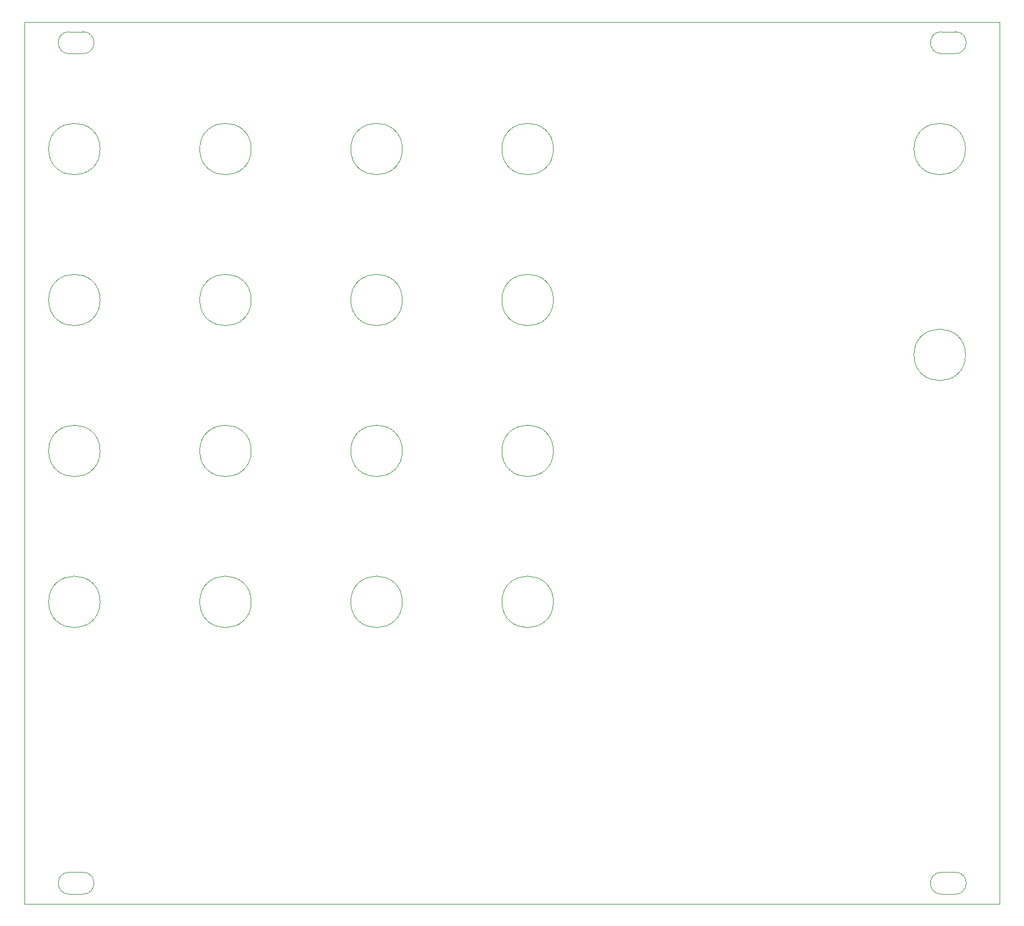
<source format=gbr>
G04 #@! TF.GenerationSoftware,KiCad,Pcbnew,(5.1.5-0)*
G04 #@! TF.CreationDate,2021-01-20T17:00:23-08:00*
G04 #@! TF.ProjectId,bindubba,62696e64-7562-4626-912e-6b696361645f,rev?*
G04 #@! TF.SameCoordinates,Original*
G04 #@! TF.FileFunction,Profile,NP*
%FSLAX46Y46*%
G04 Gerber Fmt 4.6, Leading zero omitted, Abs format (unit mm)*
G04 Created by KiCad (PCBNEW (5.1.5-0)) date 2021-01-20 17:00:23*
%MOMM*%
%LPD*%
G04 APERTURE LIST*
%ADD10C,0.050000*%
G04 APERTURE END LIST*
D10*
X137000000Y-48500000D02*
G75*
G03X137000000Y-48500000I-3750000J0D01*
G01*
X137000000Y-18500000D02*
G75*
G03X137000000Y-18500000I-3750000J0D01*
G01*
X77000000Y-40500000D02*
G75*
G03X77000000Y-40500000I-3750000J0D01*
G01*
X77000000Y-62500000D02*
G75*
G03X77000000Y-62500000I-3750000J0D01*
G01*
X77000000Y-84500000D02*
G75*
G03X77000000Y-84500000I-3750000J0D01*
G01*
X77000000Y-18500000D02*
G75*
G03X77000000Y-18500000I-3750000J0D01*
G01*
X55000000Y-62500000D02*
G75*
G03X55000000Y-62500000I-3750000J0D01*
G01*
X55000000Y-40500000D02*
G75*
G03X55000000Y-40500000I-3750000J0D01*
G01*
X55000000Y-84500000D02*
G75*
G03X55000000Y-84500000I-3750000J0D01*
G01*
X55000000Y-18500000D02*
G75*
G03X55000000Y-18500000I-3750000J0D01*
G01*
X33000000Y-18500000D02*
G75*
G03X33000000Y-18500000I-3750000J0D01*
G01*
X33000000Y-40500000D02*
G75*
G03X33000000Y-40500000I-3750000J0D01*
G01*
X33000000Y-84500000D02*
G75*
G03X33000000Y-84500000I-3750000J0D01*
G01*
X33000000Y-62500000D02*
G75*
G03X33000000Y-62500000I-3750000J0D01*
G01*
X11000000Y-84500000D02*
G75*
G03X11000000Y-84500000I-3750000J0D01*
G01*
X11000000Y-62500000D02*
G75*
G03X11000000Y-62500000I-3750000J0D01*
G01*
X11000000Y-40500000D02*
G75*
G03X11000000Y-40500000I-3750000J0D01*
G01*
X11000000Y-18500000D02*
G75*
G03X11000000Y-18500000I-3750000J0D01*
G01*
X8500000Y-123900000D02*
G75*
G02X8500000Y-127100000I0J-1600000D01*
G01*
X6500000Y-123900000D02*
X8500000Y-123900000D01*
X6500000Y-127100000D02*
G75*
G02X6500000Y-123900000I0J1600000D01*
G01*
X6500000Y-127100000D02*
X8500000Y-127100000D01*
X8500000Y-1400000D02*
G75*
G02X8500000Y-4600000I0J-1600000D01*
G01*
X6500000Y-1400000D02*
X8500000Y-1400000D01*
X6500000Y-4600000D02*
G75*
G02X6500000Y-1400000I0J1600000D01*
G01*
X6500000Y-4600000D02*
X8500000Y-4600000D01*
X135500000Y-123900000D02*
G75*
G02X135500000Y-127100000I0J-1600000D01*
G01*
X133500000Y-123900000D02*
X135500000Y-123900000D01*
X133500000Y-127100000D02*
G75*
G02X133500000Y-123900000I0J1600000D01*
G01*
X133500000Y-127100000D02*
X135500000Y-127100000D01*
X133500000Y-1400000D02*
X135500000Y-1400000D01*
X133500000Y-4600000D02*
X135500000Y-4600000D01*
X133500000Y-4600000D02*
G75*
G02X133500000Y-1400000I0J1600000D01*
G01*
X135500000Y-1400000D02*
G75*
G02X135500000Y-4600000I0J-1600000D01*
G01*
X0Y-128500000D02*
X0Y0D01*
X142000000Y-128500000D02*
X0Y-128500000D01*
X142000000Y0D02*
X142000000Y-128500000D01*
X0Y0D02*
X142000000Y0D01*
M02*

</source>
